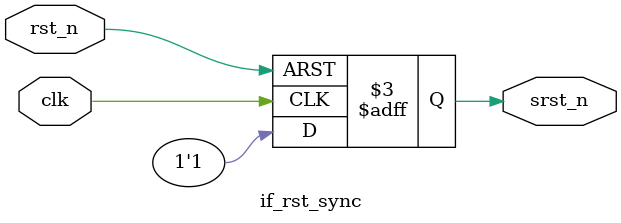
<source format=sv>
module if_rst_sync
(
	input  logic clk,
	             rst_n,

	output logic srst_n
);

	always_ff @(posedge clk or negedge rst_n)
		if (~rst_n)
			srst_n <= 0;
		else
			srst_n <= 1;

endmodule

</source>
